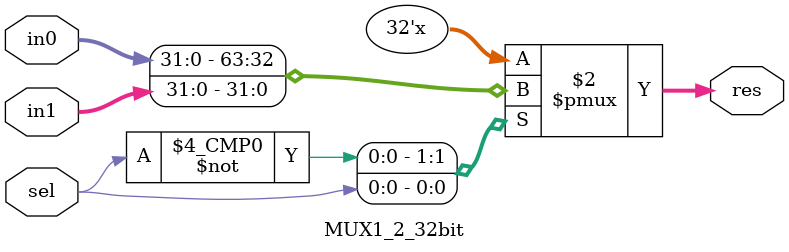
<source format=v>
`timescale 1ns / 1ps


module MUX1_2_32bit(
        input [31:0] in0,
        input [31:0] in1,
        input sel,
        output reg [31:0] res
    );
    
    always@(in0 or in1 or sel)
    begin
        case(sel)
        0: res <= in0;
        1: res <= in1;
        default: res <= in0;
        endcase
    end
  
endmodule

</source>
